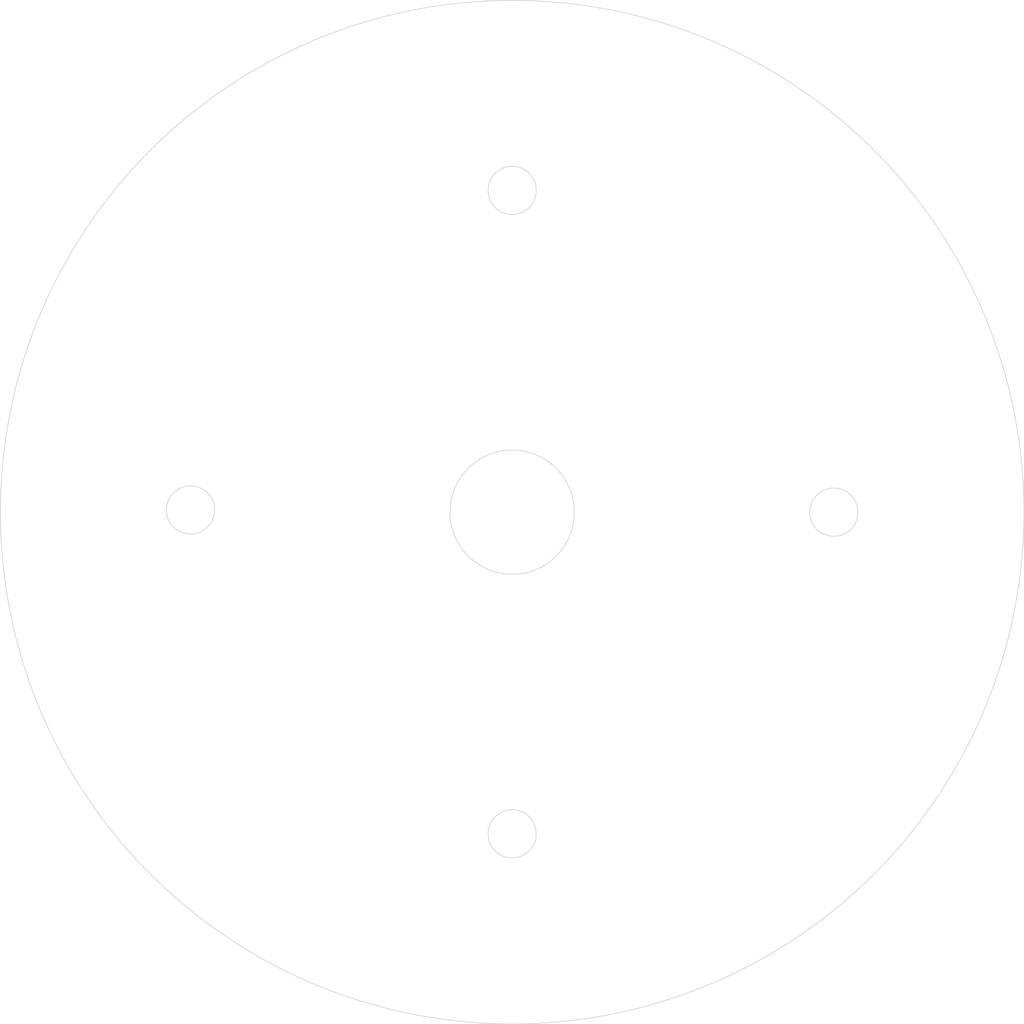
<source format=kicad_pcb>
(kicad_pcb (version 20171130) (host pcbnew "(5.1.0)-1")

  (general
    (thickness 1.6)
    (drawings 6)
    (tracks 0)
    (zones 0)
    (modules 0)
    (nets 1)
  )

  (page A4)
  (layers
    (0 F.Cu signal)
    (31 B.Cu signal)
    (32 B.Adhes user)
    (33 F.Adhes user)
    (34 B.Paste user)
    (35 F.Paste user)
    (36 B.SilkS user)
    (37 F.SilkS user)
    (38 B.Mask user)
    (39 F.Mask user)
    (40 Dwgs.User user)
    (41 Cmts.User user)
    (42 Eco1.User user)
    (43 Eco2.User user)
    (44 Edge.Cuts user)
    (45 Margin user)
    (46 B.CrtYd user)
    (47 F.CrtYd user)
    (48 B.Fab user)
    (49 F.Fab user)
  )

  (setup
    (last_trace_width 0.25)
    (trace_clearance 0.2)
    (zone_clearance 0.508)
    (zone_45_only no)
    (trace_min 0.2)
    (via_size 0.8)
    (via_drill 0.4)
    (via_min_size 0.4)
    (via_min_drill 0.3)
    (uvia_size 0.3)
    (uvia_drill 0.1)
    (uvias_allowed no)
    (uvia_min_size 0.2)
    (uvia_min_drill 0.1)
    (edge_width 0.05)
    (segment_width 0.2)
    (pcb_text_width 0.3)
    (pcb_text_size 1.5 1.5)
    (mod_edge_width 0.12)
    (mod_text_size 1 1)
    (mod_text_width 0.15)
    (pad_size 1.524 1.524)
    (pad_drill 0.762)
    (pad_to_mask_clearance 0.051)
    (solder_mask_min_width 0.25)
    (aux_axis_origin 0 0)
    (visible_elements FFFFFF7F)
    (pcbplotparams
      (layerselection 0x010fc_ffffffff)
      (usegerberextensions false)
      (usegerberattributes false)
      (usegerberadvancedattributes false)
      (creategerberjobfile false)
      (excludeedgelayer true)
      (linewidth 0.100000)
      (plotframeref false)
      (viasonmask false)
      (mode 1)
      (useauxorigin false)
      (hpglpennumber 1)
      (hpglpenspeed 20)
      (hpglpendiameter 15.000000)
      (psnegative false)
      (psa4output false)
      (plotreference true)
      (plotvalue true)
      (plotinvisibletext false)
      (padsonsilk false)
      (subtractmaskfromsilk false)
      (outputformat 1)
      (mirror false)
      (drillshape 1)
      (scaleselection 1)
      (outputdirectory ""))
  )

  (net 0 "")

  (net_class Default "This is the default net class."
    (clearance 0.2)
    (trace_width 0.25)
    (via_dia 0.8)
    (via_drill 0.4)
    (uvia_dia 0.3)
    (uvia_drill 0.1)
  )

  (gr_circle (center 0 -22) (end 1.65 -22) (layer Edge.Cuts) (width 0.05) (tstamp 5CB888B2))
  (gr_circle (center 0 22) (end 1.65 22) (layer Edge.Cuts) (width 0.05) (tstamp 5CB88895))
  (gr_circle (center -22 -0.15) (end -20.35 -0.15) (layer Edge.Cuts) (width 0.05) (tstamp 5CB8888F))
  (gr_circle (center 22 0) (end 23.65 0) (layer Edge.Cuts) (width 0.05))
  (gr_circle (center 0 0) (end 4.25 0) (layer Edge.Cuts) (width 0.05))
  (gr_circle (center 0 0) (end 35 0) (layer Edge.Cuts) (width 0.05))

)

</source>
